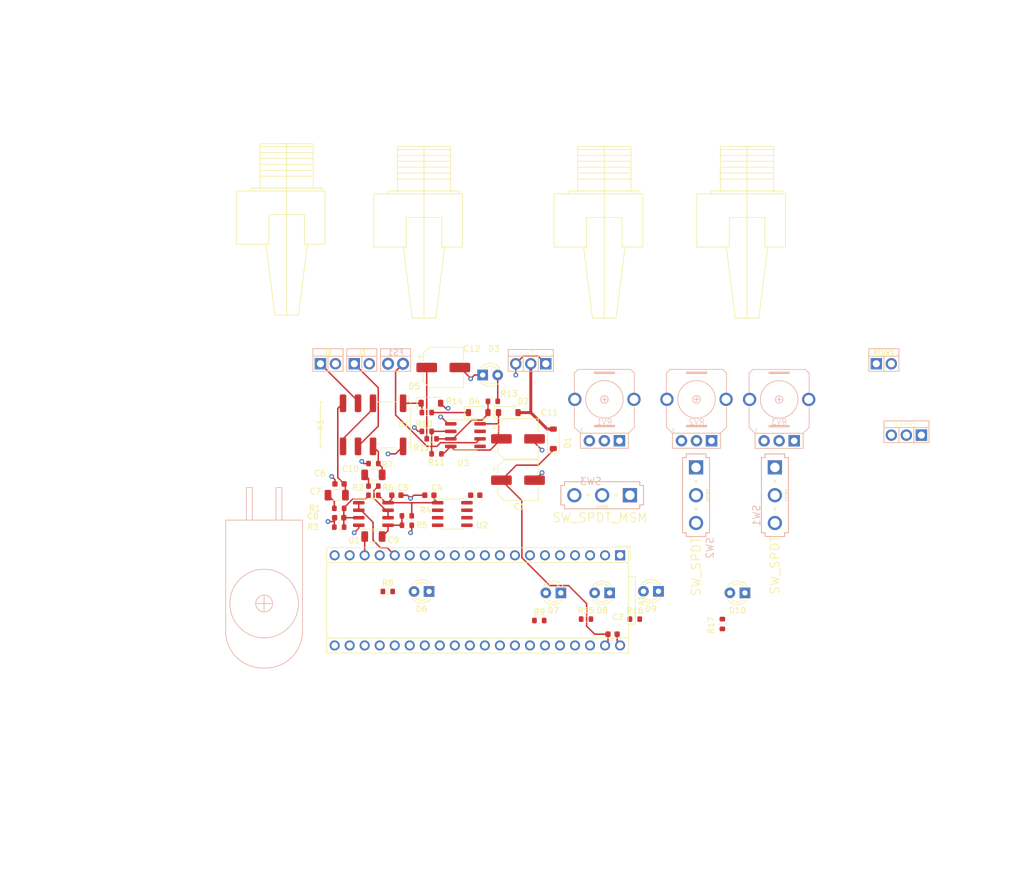
<source format=kicad_pcb>
(kicad_pcb (version 20221018) (generator pcbnew)
  (layers (0 "F.Cu" signal) (31 "B.Cu" signal) (34 "B.Paste" user) (35 "F.Paste" user) (36 "B.SilkS" user "B.Silkscreen") (37 "F.SilkS" user "F.Silkscreen") (38 "B.Mask" user) (39 "F.Mask" user) (44 "Edge.Cuts" user))
  (net 0 "")
  (net 8 "SW3")
  (net 9 "SW4")
  (net 10 "XFS")
  (net 15 "AUDIO_IN")
  (net 17 "AUDIO_OUT")
  (net 19 "GND")
  (net 20 "+3.3VA")
  (net 21 "KNOB1")
  (net 22 "KNOB2")
  (net 23 "KNOB3")
  (net 24 "EXP")
  (net 25 "LED1")
  (net 26 "LED2")
  (net 27 "LED3")
  (net 28 "LED4")
  (net 30 "SW1")
  (net 31 "SW2")
  (net 36 "+3.3VD")
  (net 37 "Net-(D1-A)")
  (net 38 "Net-(D4-K)")
  (net 39 "Net-(D4-A)")
  (net 40 "R+")
  (net 41 "Net-(J2-PadT)")
  (net 42 "Net-(J3-PadT)")
  (net 43 "Net-(U1A-+)")
  (net 44 "Net-(C7-Pad1)")
  (net 45 "Net-(U1B-+)")
  (net 46 "Net-(U1B--)")
  (net 47 "+5V")
  (net 50 "Net-(U3-THR)")
  (net 53 "Net-(C6-Pad1)")
  (net 54 "Net-(C10-Pad1)")
  (net 55 "Net-(C10-Pad2)")
  (net 56 "Net-(C12-Pad1)")
  (net 57 "Net-(D3-A)")
  (net 58 "Net-(D6-A)")
  (net 59 "Net-(D7-A)")
  (net 60 "Net-(D8-A)")
  (net 61 "Net-(D9-A)")
  (net 64 "Net-(K1-Pad3)")
  (net 66 "LED5")
  (net 67 "Net-(D10-A)")
  (net 68 "+9V")
  (footprint "Resistor_SMD:R_0603_1608Metric" (layer "F.Cu") (at 97.105 128.670028)
    (fp_text reference "R8" (at 0 -1.43) (layer "F.SilkS"))
    (fp_text value "1k")
    (pad "1" smd roundrect (at -0.825 0) (size 0.8 0.95) (layers "F.Cu" "F.Paste" "F.Mask") (net 25 "LED1"))
    (pad "2" smd roundrect (at 0.825 0) (size 0.8 0.95) (layers "F.Cu" "F.Paste" "F.Mask") (net 58 "Net-(D6-A)"))
  )
  (footprint "Resistor_SMD:R_0603_1608Metric" (layer "F.Cu") (at 103.695 98.425)
    (fp_text reference "R14" (at 4.7 -1.905) (layer "F.SilkS"))
    (fp_text value "R")
    (pad "1" smd roundrect (at -0.825 0) (size 0.8 0.95) (layers "F.Cu" "F.Paste" "F.Mask") (net 40 "R+"))
    (pad "2" smd roundrect (at 0.825 0) (size 0.8 0.95) (layers "F.Cu" "F.Paste" "F.Mask") (net 38 "Net-(D4-K)"))
  )
  (footprint "Capacitor_SMD:C_0603_1608Metric" (layer "F.Cu") (at 98.565 112.395)
    (fp_text reference "C5" (at 1.13 -1.27) (layer "F.SilkS"))
    (fp_text value "100n")
    (pad "1" smd roundrect (at -0.775 0) (size 0.9 0.95) (layers "F.Cu" "F.Paste" "F.Mask") (net 47 "+5V"))
    (pad "2" smd roundrect (at 0.775 0) (size 0.9 0.95) (layers "F.Cu" "F.Paste" "F.Mask") (net 19 "GND"))
  )
  (footprint "potentiometers:9MM_METAL_SHAFT" (layer "F.Cu") (at 133.731 103.1875)
    (fp_text reference "RV1" (at 0 -3.175) (layer "B.SilkS") (effects (font (size 0.9652 0.9652) (thickness 0.08128)) (justify mirror)))
    (fp_text value "10k" hide)
    (fp_text user "3" (at -3.556 -1.397) (layer "B.SilkS") (effects (font (size 0.57912 0.57912) (thickness 0.048768)) (justify left bottom mirror)))
    (pad "" thru_hole oval (at -5 -7) (size 2.25 2.25) (drill 1.5) (layers "*.Cu" "*.Mask"))
    (pad "" thru_hole oval (at 5 -7) (size 2.25 2.25) (drill 1.5) (layers "*.Cu" "*.Mask"))
    (pad "1" thru_hole rect (at 2.54 0) (size 1.9304 1.9304) (drill 1.1) (layers "*.Cu" "*.Mask") (net 20 "+3.3VA"))
    (pad "2" thru_hole oval (at 0 0) (size 1.9304 1.9304) (drill 1.1) (layers "*.Cu" "*.Mask") (net 21 "KNOB1"))
    (pad "3" thru_hole oval (at -2.54 0) (size 1.9304 1.9304) (drill 1.1) (layers "*.Cu" "*.Mask") (net 19 "GND"))
  )
  (footprint "jacks:2PADS_TS" (layer "F.Cu") (at 86.995 90.17)
    (fp_text reference "J2" (at 0 -1.905) (layer "F.SilkS") (effects (font (size 0.75 0.75))))
    (fp_text value "AudioJack2" hide)
    (fp_text user "S" (at 2.159 -1.524) (layer "F.SilkS") (effects (font (size 0.2413 0.2413) (thickness 0.02032))))
    (fp_text user "T" (at -2.159 -1.524) (layer "F.SilkS") (effects (font (size 0.2413 0.2413) (thickness 0.02032))))
    (pad "S" thru_hole oval (at 1.27 0) (size 1.9304 1.9304) (drill 1.2) (layers "*.Cu" "*.Mask") (net 19 "GND"))
    (pad "T" thru_hole rect (at -1.27 0) (size 1.9304 1.9304) (drill 1.2) (layers "*.Cu" "*.Mask") (net 41 "Net-(J2-PadT)"))
  )
  (footprint "Diode_SMD:D_SOD-123" (layer "F.Cu") (at 117.475 98.425)
    (fp_text reference "D2" (at 2.54 -1.905) (layer "F.SilkS"))
    (fp_text value "1N5817")
    (pad "1" smd roundrect (at -1.65 0) (size 0.9 1.2) (layers "F.Cu" "F.Paste" "F.Mask") (net 68 "+9V"))
    (pad "2" smd roundrect (at 1.65 0) (size 0.9 1.2) (layers "F.Cu" "F.Paste" "F.Mask") (net 37 "Net-(D1-A)"))
  )
  (footprint "Diode_SMD:D_SOD-123" (layer "F.Cu") (at 125.095 102.87 90)
    (fp_text reference "D1" (at -0.635 2.425 90) (layer "F.SilkS"))
    (fp_text value "1N5817" hide)
    (pad "1" smd roundrect (at -1.65 0 90) (size 0.9 1.2) (layers "F.Cu" "F.Paste" "F.Mask") (net 68 "+9V"))
    (pad "2" smd roundrect (at 1.65 0 90) (size 0.9 1.2) (layers "F.Cu" "F.Paste" "F.Mask") (net 37 "Net-(D1-A)"))
  )
  (footprint "Capacitor_SMD:C_0603_1608Metric" (layer "F.Cu") (at 135.115 135.89)
    (fp_text reference "C2" (at 0.915 -2.905) (layer "F.SilkS"))
    (fp_text value "100n")
    (pad "1" smd roundrect (at -0.775 0) (size 0.9 0.95) (layers "F.Cu" "F.Paste" "F.Mask") (net 68 "+9V"))
    (pad "2" smd roundrect (at 0.775 0) (size 0.9 0.95) (layers "F.Cu" "F.Paste" "F.Mask") (net 19 "GND"))
  )
  (footprint "Resistor_SMD:R_0603_1608Metric" (layer "F.Cu") (at 100.33 115.8875 180)
    (fp_text reference "R4" (at -3.175 0.9525 180) (layer "F.SilkS"))
    (fp_text value "1M")
    (pad "1" smd roundrect (at -0.825 0 180) (size 0.8 0.95) (layers "F.Cu" "F.Paste" "F.Mask") (net 47 "+5V"))
    (pad "2" smd roundrect (at 0.825 0 180) (size 0.8 0.95) (layers "F.Cu" "F.Paste" "F.Mask") (net 45 "Net-(U1B-+)"))
  )
  (footprint "potentiometers:9MM_METAL_SHAFT" (layer "F.Cu") (at 163.275 103.2025)
    (fp_text reference "RV3" (at 0 -3.175) (layer "B.SilkS") (effects (font (size 0.9652 0.9652) (thickness 0.08128)) (justify mirror)))
    (fp_text value "10k" hide)
    (fp_text user "3" (at -3.556 -1.397) (layer "B.SilkS") (effects (font (size 0.57912 0.57912) (thickness 0.048768)) (justify left bottom mirror)))
    (pad "" thru_hole oval (at -5 -7) (size 2.25 2.25) (drill 1.5) (layers "*.Cu" "*.Mask"))
    (pad "" thru_hole oval (at 5 -7) (size 2.25 2.25) (drill 1.5) (layers "*.Cu" "*.Mask"))
    (pad "1" thru_hole rect (at 2.54 0) (size 1.9304 1.9304) (drill 1.1) (layers "*.Cu" "*.Mask") (net 20 "+3.3VA"))
    (pad "2" thru_hole oval (at 0 0) (size 1.9304 1.9304) (drill 1.1) (layers "*.Cu" "*.Mask") (net 23 "KNOB3"))
    (pad "3" thru_hole oval (at -2.54 0) (size 1.9304 1.9304) (drill 1.1) (layers "*.Cu" "*.Mask") (net 19 "GND"))
  )
  (footprint "LED_THT:LED_D3.0mm" (layer "F.Cu") (at 104.095 128.670028 180)
    (fp_text reference "D6" (at 1.27 -2.96) (layer "F.SilkS"))
    (fp_text value "LED")
    (pad "1" thru_hole rect (at 0 0 180) (size 1.8 1.8) (drill 0.9) (layers "*.Cu" "*.Mask") (net 19 "GND"))
    (pad "2" thru_hole circle (at 2.54 0 180) (size 1.8 1.8) (drill 0.9) (layers "*.Cu" "*.Mask") (net 58 "Net-(D6-A)"))
  )
  (footprint "enclosures:DC_DRILL" (layer "F.Cu") (at 118.11 76.835)
    (fp_text reference "" (at 0 0) (layer "F.SilkS") (effects (font (size 1.524 1.524))))
    (fp_text value "" (at 0 0) (layer "F.SilkS") (effects (font (size 1.524 1.524))))
  )
  (footprint "Capacitor_SMD:CP_Elec_6.3x5.4" (layer "F.Cu") (at 119.12 102.87)
    (fp_text reference "C11" (at 5.34 -4.445) (layer "F.SilkS"))
    (fp_text value "XXX")
    (pad "1" smd roundrect (at -2.8 0) (size 3.5 1.6) (layers "F.Cu" "F.Paste" "F.Mask") (roundrect_rratio 0.15625) (net 68 "+9V"))
    (pad "2" smd roundrect (at 2.8 0) (size 3.5 1.6) (layers "F.Cu" "F.Paste" "F.Mask") (roundrect_rratio 0.15625) (net 19 "GND"))
  )
  (footprint "LED_THT:LED_D3.0mm" (layer "F.Cu") (at 113.155 92.075)
    (fp_text reference "D3" (at 1.905 -4.445) (layer "F.SilkS"))
    (fp_text value "LED")
    (pad "1" thru_hole rect (at 0 0) (size 1.8 1.8) (drill 0.9) (layers "*.Cu" "*.Mask") (net 19 "GND"))
    (pad "2" thru_hole circle (at 2.54 0) (size 1.8 1.8) (drill 0.9) (layers "*.Cu" "*.Mask") (net 57 "Net-(D3-A)"))
  )
  (footprint "Package_SO:SOIC-8_3.9x4.9mm_P1.27mm" (layer "F.Cu") (at 110.235 102.235)
    (fp_text reference "U3" (at -0.38 4.715) (layer "F.SilkS"))
    (fp_text value "LM555xM")
    (pad "1" smd roundrect (at -2.475 -1.905) (size 1.95 0.6) (layers "F.Cu" "F.Paste" "F.Mask") (net 19 "GND"))
    (pad "2" smd roundrect (at -2.475 -0.635) (size 1.95 0.6) (layers "F.Cu" "F.Paste" "F.Mask") (net 50 "Net-(U3-THR)"))
    (pad "3" smd roundrect (at -2.475 0.635) (size 1.95 0.6) (layers "F.Cu" "F.Paste" "F.Mask") (net 39 "Net-(D4-A)"))
    (pad "4" smd roundrect (at -2.475 1.905) (size 1.95 0.6) (layers "F.Cu" "F.Paste" "F.Mask") (net 68 "+9V"))
    (pad "5" smd roundrect (at 2.475 1.905) (size 1.95 0.6) (layers "F.Cu" "F.Paste" "F.Mask"))
    (pad "6" smd roundrect (at 2.475 0.635) (size 1.95 0.6) (layers "F.Cu" "F.Paste" "F.Mask") (net 50 "Net-(U3-THR)"))
    (pad "7" smd roundrect (at 2.475 -0.635) (size 1.95 0.6) (layers "F.Cu" "F.Paste" "F.Mask"))
    (pad "8" smd roundrect (at 2.475 -1.905) (size 1.95 0.6) (layers "F.Cu" "F.Paste" "F.Mask") (net 68 "+9V"))
  )
  (footprint "Resistor_SMD:R_0603_1608Metric" (layer "F.Cu") (at 94.68 110.855)
    (fp_text reference "R6" (at 2.475 0.27) (layer "F.SilkS"))
    (fp_text value "100R")
    (pad "1" smd roundrect (at -0.825 0) (size 0.8 0.95) (layers "F.Cu" "F.Paste" "F.Mask") (net 55 "Net-(C10-Pad2)"))
    (pad "2" smd roundrect (at 0.825 0) (size 0.8 0.95) (layers "F.Cu" "F.Paste" "F.Mask") (net 46 "Net-(U1B--)"))
  )
  (footprint "Resistor_SMD:R_0603_1608Metric" (layer "F.Cu") (at 153.675 134.175 90)
    (fp_text reference "R17" (at -0.19 -1.905 90) (layer "F.SilkS"))
    (fp_text value "1k")
    (pad "1" smd roundrect (at -0.825 0 90) (size 0.8 0.95) (layers "F.Cu" "F.Paste" "F.Mask") (net 66 "LED5"))
    (pad "2" smd roundrect (at 0.825 0 90) (size 0.8 0.95) (layers "F.Cu" "F.Paste" "F.Mask") (net 67 "Net-(D10-A)"))
  )
  (footprint "switches:SPST.MOM" (layer "F.Cu") (at 98.425 90.17)
    (fp_text reference "FS1" (at 0 -1.905) (layer "B.SilkS") (effects (font (size 0.9652 0.9652) (thickness 0.12192)) (justify mirror)))
    (fp_text value "SW_MEC_5G" hide)
    (pad "1" thru_hole oval (at -1.27 0) (size 2.032 2.032) (drill 1.2) (layers "*.Cu" "*.Mask") (net 56 "Net-(C12-Pad1)"))
    (pad "3" thru_hole oval (at 1.27 0) (size 2.032 2.032) (drill 1.2) (layers "*.Cu" "*.Mask") (net 50 "Net-(U3-THR)"))
  )
  (footprint "Module:Electrosmith_Daisy_Seed" (layer "F.Cu") (at 136.385 122.555 -90)
    (fp_text reference "A1" (at 7.62 -3.6 90) (layer "F.SilkS"))
    (fp_text value "Electrosmith_Daisy_Seed_Rev4")
    (pad "1" thru_hole rect (at 0 0 270) (size 1.7 1.7) (drill 1.1) (layers "*.Cu" "*.Mask"))
    (pad "2" thru_hole circle (at 0 2.54 270) (size 1.7 1.7) (drill 1.1) (layers "*.Cu" "*.Mask"))
    (pad "3" thru_hole circle (at 0 5.08 270) (size 1.7 1.7) (drill 1.1) (layers "*.Cu" "*.Mask"))
    (pad "4" thru_hole circle (at 0 7.62 270) (size 1.7 1.7) (drill 1.1) (layers "*.Cu" "*.Mask"))
    (pad "5" thru_hole circle (at 0 10.16 270) (size 1.7 1.7) (drill 1.1) (layers "*.Cu" "*.Mask"))
    (pad "6" thru_hole circle (at 0 12.7 270) (size 1.7 1.7) (drill 1.1) (layers "*.Cu" "*.Mask"))
    (pad "7" thru_hole circle (at 0 15.24 270) (size 1.7 1.7) (drill 1.1) (layers "*.Cu" "*.Mask"))
    (pad "8" thru_hole circle (at 0 17.78 270) (size 1.7 1.7) (drill 1.1) (layers "*.Cu" "*.Mask"))
    (pad "9" thru_hole circle (at 0 20.32 270) (size 1.7 1.7) (drill 1.1) (layers "*.Cu" "*.Mask") (net 10 "XFS"))
    (pad "10" thru_hole circle (at 0 22.86 270) (size 1.7 1.7) (drill 1.1) (layers "*.Cu" "*.Mask") (net 9 "SW4"))
    (pad "11" thru_hole circle (at 0 25.4 270) (size 1.7 1.7) (drill 1.1) (layers "*.Cu" "*.Mask") (net 8 "SW3"))
    (pad "12" thru_hole circle (at 0 27.94 270) (size 1.7 1.7) (drill 1.1) (layers "*.Cu" "*.Mask"))
    (pad "13" thru_hole circle (at 0 30.48 270) (size 1.7 1.7) (drill 1.1) (layers "*.Cu" "*.Mask"))
    (pad "14" thru_hole circle (at 0 33.02 270) (size 1.7 1.7) (drill 1.1) (layers "*.Cu" "*.Mask"))
    (pad "15" thru_hole circle (at 0 35.56 270) (size 1.7 1.7) (drill 1.1) (layers "*.Cu" "*.Mask"))
    (pad "16" thru_hole circle (at 0 38.1 270) (size 1.7 1.7) (drill 1.1) (layers "*.Cu" "*.Mask") (net 15 "AUDIO_IN"))
    (pad "17" thru_hole circle (at 0 40.64 270) (size 1.7 1.7) (drill 1.1) (layers "*.Cu" "*.Mask"))
    (pad "18" thru_hole circle (at 0 43.18 270) (size 1.7 1.7) (drill 1.1) (layers "*.Cu" "*.Mask") (net 17 "AUDIO_OUT"))
    (pad "19" thru_hole circle (at 0 45.72 270) (size 1.7 1.7) (drill 1.1) (layers "*.Cu" "*.Mask"))
    (pad "20" thru_hole circle (at 0 48.26 270) (size 1.7 1.7) (drill 1.1) (layers "*.Cu" "*.Mask") (net 19 "GND"))
    (pad "21" thru_hole circle (at 15.24 48.26 270) (size 1.7 1.7) (drill 1.1) (layers "*.Cu" "*.Mask") (net 20 "+3.3VA"))
    (pad "22" thru_hole circle (at 15.24 45.72 270) (size 1.7 1.7) (drill 1.1) (layers "*.Cu" "*.Mask") (net 21 "KNOB1"))
    (pad "23" thru_hole circle (at 15.24 43.18 270) (size 1.7 1.7) (drill 1.1) (layers "*.Cu" "*.Mask") (net 22 "KNOB2"))
    (pad "24" thru_hole circle (at 15.24 40.64 270) (size 1.7 1.7) (drill 1.1) (layers "*.Cu" "*.Mask") (net 23 "KNOB3"))
    (pad "25" thru_hole circle (at 15.24 38.1 270) (size 1.7 1.7) (drill 1.1) (layers "*.Cu" "*.Mask") (net 24 "EXP"))
    (pad "26" thru_hole circle (at 15.24 35.56 270) (size 1.7 1.7) (drill 1.1) (layers "*.Cu" "*.Mask") (net 25 "LED1"))
    (pad "27" thru_hole circle (at 15.24 33.02 270) (size 1.7 1.7) (drill 1.1) (layers "*.Cu" "*.Mask") (net 26 "LED2"))
    (pad "28" thru_hole circle (at 15.24 30.48 270) (size 1.7 1.7) (drill 1.1) (layers "*.Cu" "*.Mask") (net 27 "LED3"))
    (pad "29" thru_hole circle (at 15.24 27.94 270) (size 1.7 1.7) (drill 1.1) (layers "*.Cu" "*.Mask") (net 28 "LED4"))
    (pad "30" thru_hole circle (at 15.24 25.4 270) (size 1.7 1.7) (drill 1.1) (layers "*.Cu" "*.Mask") (net 66 "LED5"))
    (pad "31" thru_hole circle (at 15.24 22.86 270) (size 1.7 1.7) (drill 1.1) (layers "*.Cu" "*.Mask"))
    (pad "32" thru_hole circle (at 15.24 20.32 270) (size 1.7 1.7) (drill 1.1) (layers "*.Cu" "*.Mask") (net 30 "SW1"))
    (pad "33" thru_hole circle (at 15.24 17.78 270) (size 1.7 1.7) (drill 1.1) (layers "*.Cu" "*.Mask") (net 31 "SW2"))
    (pad "34" thru_hole circle (at 15.24 15.24 270) (size 1.7 1.7) (drill 1.1) (layers "*.Cu" "*.Mask"))
    (pad "35" thru_hole circle (at 15.24 12.7 270) (size 1.7 1.7) (drill 1.1) (layers "*.Cu" "*.Mask"))
    (pad "36" thru_hole circle (at 15.24 10.16 270) (size 1.7 1.7) (drill 1.1) (layers "*.Cu" "*.Mask"))
    (pad "37" thru_hole circle (at 15.24 7.62 270) (size 1.7 1.7) (drill 1.1) (layers "*.Cu" "*.Mask"))
    (pad "38" thru_hole circle (at 15.24 5.08 270) (size 1.7 1.7) (drill 1.1) (layers "*.Cu" "*.Mask") (net 36 "+3.3VD"))
    (pad "39" thru_hole circle (at 15.24 2.54 270) (size 1.7 1.7) (drill 1.1) (layers "*.Cu" "*.Mask") (net 68 "+9V"))
    (pad "40" thru_hole circle (at 15.24 0 270) (size 1.7 1.7) (drill 1.1) (layers "*.Cu" "*.Mask") (net 19 "GND"))
  )
  (footprint "Resistor_SMD:R_0603_1608Metric" (layer "F.Cu") (at 122.725 133.58)
    (fp_text reference "R9" (at 0 -1.43) (layer "F.SilkS"))
    (fp_text value "1k")
    (pad "1" smd roundrect (at -0.825 0) (size 0.8 0.95) (layers "F.Cu" "F.Paste" "F.Mask") (net 26 "LED2"))
    (pad "2" smd roundrect (at 0.825 0) (size 0.8 0.95) (layers "F.Cu" "F.Paste" "F.Mask") (net 59 "Net-(D7-A)"))
  )
  (footprint "Resistor_SMD:R_0603_1608Metric" (layer "F.Cu") (at 105.345 105.41 180)
    (fp_text reference "R11" (at 0 -1.43) (layer "F.SilkS"))
    (fp_text value "R")
    (pad "1" smd roundrect (at -0.825 0 180) (size 0.8 0.95) (layers "F.Cu" "F.Paste" "F.Mask") (net 68 "+9V"))
    (pad "2" smd roundrect (at 0.825 0 180) (size 0.8 0.95) (layers "F.Cu" "F.Paste" "F.Mask") (net 50 "Net-(U3-THR)"))
  )
  (footprint "Capacitor_SMD:CP_Elec_6.3x5.4" (layer "F.Cu") (at 106.495 90.805)
    (fp_text reference "C12" (at 4.82 -3.175) (layer "F.SilkS"))
    (fp_text value "XXX")
    (pad "1" smd roundrect (at -2.8 0) (size 3.5 1.6) (layers "F.Cu" "F.Paste" "F.Mask") (roundrect_rratio 0.15625) (net 56 "Net-(C12-Pad1)"))
    (pad "2" smd roundrect (at 2.8 0) (size 3.5 1.6) (layers "F.Cu" "F.Paste" "F.Mask") (roundrect_rratio 0.15625) (net 19 "GND"))
  )
  (footprint "switches:SPDT.PINS" (layer "F.Cu") (at 133.35 112.395 -90)
    (fp_text reference "SW3" (at -3.048 0) (layer "B.SilkS") (effects (font (size 1.2065 1.2065) (thickness 0.127)) (justify left top mirror)))
    (fp_text value "SW_SPDT_MSM" (at 3.81 0.381 -360) (layer "F.SilkS") (effects (font (size 1.524 1.524))))
    (fp_text user "SWITCH" (at 1.905 0) (layer "B.SilkS") (effects (font (size 0.38608 0.38608) (thickness 0.032512)) (justify mirror)))
    (fp_text user "SOLDER" (at 1.905 0) (layer "F.SilkS") (effects (font (size 0.38608 0.38608) (thickness 0.032512))))
    (pad "1" thru_hole rect (at 0 -4.699 270) (size 2.4 2.4) (drill 1.6) (layers "*.Cu" "*.Mask") (net 8 "SW3"))
    (pad "2" thru_hole oval (at 0 0 270) (size 2.4 2.4) (drill 1.6) (layers "*.Cu" "*.Mask") (net 19 "GND"))
    (pad "3" thru_hole oval (at 0 4.699 270) (size 2.4 2.4) (drill 1.6) (layers "*.Cu" "*.Mask") (net 9 "SW4"))
  )
  (footprint "LED_THT:LED_D3.0mm" (layer "F.Cu") (at 157.485 128.905 180)
    (fp_text reference "D10" (at 1.27 -2.96) (layer "F.SilkS"))
    (fp_text value "LED")
    (pad "1" thru_hole rect (at 0 0 180) (size 1.8 1.8) (drill 0.9) (layers "*.Cu" "*.Mask") (net 19 "GND"))
    (pad "2" thru_hole circle (at 2.54 0 180) (size 1.8 1.8) (drill 0.9) (layers "*.Cu" "*.Mask") (net 67 "Net-(D10-A)"))
  )
  (footprint "Capacitor_SMD:C_0603_1608Metric" (layer "F.Cu") (at 88.95 110.49 180)
    (fp_text reference "C6" (at 3.315 1.795 180) (layer "F.SilkS"))
    (fp_text value "100p")
    (pad "1" smd roundrect (at -0.775 0 180) (size 0.9 0.95) (layers "F.Cu" "F.Paste" "F.Mask") (net 53 "Net-(C6-Pad1)"))
    (pad "2" smd roundrect (at 0.775 0 180) (size 0.9 0.95) (layers "F.Cu" "F.Paste" "F.Mask") (net 19 "GND"))
  )
  (footprint "Capacitor_SMD:C_1206_3216Metric" (layer "F.Cu") (at 88.47 112.395)
    (fp_text reference "C7" (at -3.605 -0.635) (layer "F.SilkS"))
    (fp_text value "1u")
    (pad "1" smd roundrect (at -1.475 0) (size 1.15 1.8) (layers "F.Cu" "F.Paste" "F.Mask") (roundrect_rratio 0.217391) (net 44 "Net-(C7-Pad1)"))
    (pad "2" smd roundrect (at 1.475 0) (size 1.15 1.8) (layers "F.Cu" "F.Paste" "F.Mask") (roundrect_rratio 0.217391) (net 53 "Net-(C6-Pad1)"))
  )
  (footprint "enclosures:DC_TOP" (layer "F.Cu") (at 186.055 68.28)
    (fp_text reference "Ref**" hide)
    (fp_text value "Val**" hide)
  )
  (footprint "jacks:2PADS_TS" (layer "F.Cu") (at 180.975 90.17)
    (fp_text reference "XFSW1" (at 0 -1.905) (layer "F.SilkS") (effects (font (size 0.75 0.75))))
    (fp_text value "Ext Footswitch" hide)
    (fp_text user "T" (at -2.159 -1.524) (layer "F.SilkS") (effects (font (size 0.2413 0.2413) (thickness 0.02032))))
    (fp_text user "S" (at 2.159 -1.524) (layer "F.SilkS") (effects (font (size 0.2413 0.2413) (thickness 0.02032))))
    (pad "S" thru_hole oval (at 1.27 0) (size 1.9304 1.9304) (drill 1.2) (layers "*.Cu" "*.Mask") (net 19 "GND"))
    (pad "T" thru_hole rect (at -1.27 0) (size 1.9304 1.9304) (drill 1.2) (layers "*.Cu" "*.Mask") (net 10 "XFS"))
  )
  (footprint "Capacitor_SMD:C_0603_1608Metric" (layer "F.Cu") (at 111.9 112.395)
    (fp_text reference "C3" hide)
    (fp_text value "100n")
    (pad "1" smd roundrect (at -0.775 0) (size 0.9 0.95) (layers "F.Cu" "F.Paste" "F.Mask") (net 68 "+9V"))
    (pad "2" smd roundrect (at 0.775 0) (size 0.9 0.95) (layers "F.Cu" "F.Paste" "F.Mask") (net 19 "GND"))
  )
  (footprint "Capacitor_SMD:CP_Elec_6.3x5.4" (layer "F.Cu") (at 119.12 109.855)
    (fp_text reference "C1" (at 0.26 4.445) (layer "F.SilkS"))
    (fp_text value "100u")
    (pad "1" smd roundrect (at -2.8 0) (size 3.5 1.6) (layers "F.Cu" "F.Paste" "F.Mask") (roundrect_rratio 0.15625) (net 68 "+9V"))
    (pad "2" smd roundrect (at 2.8 0) (size 3.5 1.6) (layers "F.Cu" "F.Paste" "F.Mask") (roundrect_rratio 0.15625) (net 19 "GND"))
  )
  (footprint "Resistor_SMD:R_0603_1608Metric" (layer "F.Cu") (at 94.68 107.045 180)
    (fp_text reference "R7" (at -2.35 -0.175 180) (layer "F.SilkS"))
    (fp_text value "100k")
    (pad "1" smd roundrect (at -0.825 0 180) (size 0.8 0.95) (layers "F.Cu" "F.Paste" "F.Mask") (net 54 "Net-(C10-Pad1)"))
    (pad "2" smd roundrect (at 0.825 0 180) (size 0.8 0.95) (layers "F.Cu" "F.Paste" "F.Mask") (net 19 "GND"))
  )
  (footprint "Resistor_SMD:R_0603_1608Metric" (layer "F.Cu") (at 100.33 117.475)
    (fp_text reference "R5" (at 2.54 0) (layer "F.SilkS"))
    (fp_text value "1M")
    (pad "1" smd roundrect (at -0.825 0) (size 0.8 0.95) (layers "F.Cu" "F.Paste" "F.Mask") (net 45 "Net-(U1B-+)"))
    (pad "2" smd roundrect (at 0.825 0) (size 0.8 0.95) (layers "F.Cu" "F.Paste" "F.Mask") (net 19 "GND"))
  )
  (footprint "LED_THT:LED_D3.0mm" (layer "F.Cu") (at 142.875 128.645028 180)
    (fp_text reference "D9" (at 1.27 -2.96) (layer "F.SilkS"))
    (fp_text value "LED")
    (pad "1" thru_hole rect (at 0 0 180) (size 1.8 1.8) (drill 0.9) (layers "*.Cu" "*.Mask") (net 19 "GND"))
    (pad "2" thru_hole circle (at 2.54 0 180) (size 1.8 1.8) (drill 0.9) (layers "*.Cu" "*.Mask") (net 61 "Net-(D9-A)"))
  )
  (footprint "enclosures:MOMENTARY" (layer "F.Cu") (at 76.2 130.712501 -90)
    (fp_text reference "" (at 0 0 -270) (layer "F.SilkS") (effects (font (size 1.524 1.524))))
    (fp_text value "" (at 0 0 -270) (layer "F.SilkS") (effects (font (size 1.524 1.524))))
  )
  (footprint "potentiometers:9MM_METAL_SHAFT" (layer "F.Cu") (at 149.305 103.1875)
    (fp_text reference "RV2" (at 0 -3.175) (layer "B.SilkS") (effects (font (size 0.9652 0.9652) (thickness 0.08128)) (justify mirror)))
    (fp_text value "10k" hide)
    (fp_text user "3" (at -3.556 -1.397) (layer "B.SilkS") (effects (font (size 0.57912 0.57912) (thickness 0.048768)) (justify left bottom mirror)))
    (pad "" thru_hole oval (at -5 -7) (size 2.25 2.25) (drill 1.5) (layers "*.Cu" "*.Mask"))
    (pad "" thru_hole oval (at 5 -7) (size 2.25 2.25) (drill 1.5) (layers "*.Cu" "*.Mask"))
    (pad "1" thru_hole rect (at 2.54 0) (size 1.9304 1.9304) (drill 1.1) (layers "*.Cu" "*.Mask") (net 20 "+3.3VA"))
    (pad "2" thru_hole oval (at 0 0) (size 1.9304 1.9304) (drill 1.1) (layers "*.Cu" "*.Mask") (net 22 "KNOB2"))
    (pad "3" thru_hole oval (at -2.54 0) (size 1.9304 1.9304) (drill 1.1) (layers "*.Cu" "*.Mask") (net 19 "GND"))
  )
  (footprint "Relay_SMD:Relay_DPDT_Kemet_EE2_NU" (layer "F.Cu") (at 93.345 100.495 -90)
    (fp_text reference "K1" (at 0 7.64 90) (layer "F.SilkS"))
    (fp_text value "Relay_DPDT")
    (pad "1" smd roundrect (at -3.645 -6.35 180) (size 1.11 3) (layers "F.Cu" "F.Paste" "F.Mask") (roundrect_rratio 0.225) (net 40 "R+"))
    (pad "3" smd roundrect (at -3.645 -1.27 180) (size 1.11 3) (layers "F.Cu" "F.Paste" "F.Mask") (roundrect_rratio 0.225) (net 64 "Net-(K1-Pad3)"))
    (pad "4" smd roundrect (at -3.645 1.27 180) (size 1.11 3) (layers "F.Cu" "F.Paste" "F.Mask") (roundrect_rratio 0.225) (net 41 "Net-(J2-PadT)"))
    (pad "5" smd roundrect (at -3.645 3.81 180) (size 1.11 3) (layers "F.Cu" "F.Paste" "F.Mask") (roundrect_rratio 0.225) (net 53 "Net-(C6-Pad1)"))
    (pad "8" smd roundrect (at 3.645 3.81 180) (size 1.11 3) (layers "F.Cu" "F.Paste" "F.Mask") (roundrect_rratio 0.225) (net 64 "Net-(K1-Pad3)"))
    (pad "9" smd roundrect (at 3.645 1.27 180) (size 1.11 3) (layers "F.Cu" "F.Paste" "F.Mask") (roundrect_rratio 0.225) (net 42 "Net-(J3-PadT)"))
    (pad "10" smd roundrect (at 3.645 -1.27 180) (size 1.11 3) (layers "F.Cu" "F.Paste" "F.Mask") (roundrect_rratio 0.225) (net 54 "Net-(C10-Pad1)"))
    (pad "12" smd roundrect (at 3.645 -6.35 180) (size 1.11 3) (layers "F.Cu" "F.Paste" "F.Mask") (roundrect_rratio 0.225) (net 19 "GND"))
  )
  (footprint "jacks:LOPRO_TOP" (layer "F.Cu") (at 157.845 61.445)
    (fp_text reference "" (at 0 0) (layer "F.SilkS") (effects (font (size 1.524 1.524))))
    (fp_text value "" (at 0 0) (layer "F.SilkS") (effects (font (size 1.524 1.524))))
  )
  (footprint "switches:SPDT.PINS" (layer "F.Cu") (at 149.225 112.395)
    (fp_text reference "SW2" (at 1.651 6.985 90) (layer "B.SilkS") (effects (font (size 1.2065 1.2065) (thickness 0.127)) (justify left top mirror)))
    (fp_text value "SW_SPDT" (at 0 12.065 -90) (layer "F.SilkS") (effects (font (size 1.524 1.524))))
    (fp_text user "SWITCH" (at 1.905 0 90) (layer "B.SilkS") (effects (font (size 0.38608 0.38608) (thickness 0.032512)) (justify mirror)))
    (fp_text user "SOLDER" (at 1.905 0 90) (layer "F.SilkS") (effects (font (size 0.38608 0.38608) (thickness 0.032512))))
    (pad "1" thru_hole rect (at 0 -4.699) (size 2.4 2.4) (drill 1.6) (layers "*.Cu" "*.Mask"))
    (pad "2" thru_hole oval (at 0 0) (size 2.4 2.4) (drill 1.6) (layers "*.Cu" "*.Mask") (net 31 "SW2"))
    (pad "3" thru_hole oval (at 0 4.699) (size 2.4 2.4) (drill 1.6) (layers "*.Cu" "*.Mask") (net 19 "GND"))
  )
  (footprint "Diode_SMD:D_SOD-123" (layer "F.Cu") (at 112.395 98.425)
    (fp_text reference "D4" (at -0.635 -1.905) (layer "F.SilkS"))
    (fp_text value "1N5817")
    (pad "1" smd roundrect (at -1.65 0) (size 0.9 1.2) (layers "F.Cu" "F.Paste" "F.Mask") (net 38 "Net-(D4-K)"))
    (pad "2" smd roundrect (at 1.65 0) (size 0.9 1.2) (layers "F.Cu" "F.Paste" "F.Mask") (net 39 "Net-(D4-A)"))
  )
  (footprint "Resistor_SMD:R_0603_1608Metric" (layer "F.Cu") (at 103.695 101.6 180)
    (fp_text reference "R10" (at 0.445 1.27) (layer "F.SilkS"))
    (fp_text value "R")
    (pad "1" smd roundrect (at -0.825 0 180) (size 0.8 0.95) (layers "F.Cu" "F.Paste" "F.Mask") (net 50 "Net-(U3-THR)"))
    (pad "2" smd roundrect (at 0.825 0 180) (size 0.8 0.95) (layers "F.Cu" "F.Paste" "F.Mask") (net 19 "GND"))
  )
  (footprint "Capacitor_SMD:C_0603_1608Metric" (layer "F.Cu") (at 88.9 116.205 180)
    (fp_text reference "C8" (at 4.445 0.26) (layer "F.SilkS"))
    (fp_text value "1n")
    (pad "1" smd roundrect (at -0.775 0 180) (size 0.9 0.95) (layers "F.Cu" "F.Paste" "F.Mask") (net 43 "Net-(U1A-+)"))
    (pad "2" smd roundrect (at 0.775 0 180) (size 0.9 0.95) (layers "F.Cu" "F.Paste" "F.Mask") (net 19 "GND"))
  )
  (footprint "Capacitor_SMD:C_0603_1608Metric" (layer "F.Cu") (at 104.14 112.395 180)
    (fp_text reference "C4" (at -1.27 1.27 180) (layer "F.SilkS"))
    (fp_text value "100n")
    (pad "1" smd roundrect (at -0.775 0 180) (size 0.9 0.95) (layers "F.Cu" "F.Paste" "F.Mask") (net 47 "+5V"))
    (pad "2" smd roundrect (at 0.775 0 180) (size 0.9 0.95) (layers "F.Cu" "F.Paste" "F.Mask") (net 19 "GND"))
  )
  (footprint "switches:SPDT.PINS" (layer "F.Cu") (at 162.56 112.395)
    (fp_text reference "SW1" (at -3.81 1.524 90) (layer "B.SilkS") (effects (font (size 1.2065 1.2065) (thickness 0.127)) (justify left top mirror)))
    (fp_text value "SW_SPDT" (at 0 11.811 90) (layer "F.SilkS") (effects (font (size 1.524 1.524))))
    (fp_text user "SWITCH" (at 1.905 0 90) (layer "B.SilkS") (effects (font (size 0.38608 0.38608) (thickness 0.032512)) (justify mirror)))
    (fp_text user "SOLDER" (at 1.905 0 90) (layer "F.SilkS") (effects (font (size 0.38608 0.38608) (thickness 0.032512))))
    (pad "1" thru_hole rect (at 0 -4.699) (size 2.4 2.4) (drill 1.6) (layers "*.Cu" "*.Mask"))
    (pad "2" thru_hole oval (at 0 0) (size 2.4 2.4) (drill 1.6) (layers "*.Cu" "*.Mask") (net 30 "SW1"))
    (pad "3" thru_hole oval (at 0 4.699) (size 2.4 2.4) (drill 1.6) (layers "*.Cu" "*.Mask") (net 19 "GND"))
  )
  (footprint "jacks:LOPRO_TOP" (layer "F.Cu") (at 80.01 60.96)
    (fp_text reference "" (at 0 0) (layer "F.SilkS") (effects (font (size 1.524 1.524))))
    (fp_text value "" (at 0 0) (layer "F.SilkS") (effects (font (size 1.524 1.524))))
  )
  (footprint "Resistor_SMD:R_0603_1608Metric" (layer "F.Cu") (at 94.68 112.395 180)
    (fp_text reference "R2" (at 2.605 1.27) (layer "F.SilkS"))
    (fp_text value "1M")
    (pad "1" smd roundrect (at -0.825 0 180) (size 0.8 0.95) (layers "F.Cu" "F.Paste" "F.Mask") (net 47 "+5V"))
    (pad "2" smd roundrect (at 0.825 0 180) (size 0.8 0.95) (layers "F.Cu" "F.Paste" "F.Mask") (net 43 "Net-(U1A-+)"))
  )
  (footprint "Package_SO:SOIC-8_3.9x4.9mm_P1.27mm" (layer "F.Cu") (at 108.015 115.57)
    (fp_text reference "U2" (at 5.015 1.905) (layer "F.SilkS"))
    (fp_text value "L78L05_SO8")
    (pad "1" smd roundrect (at -2.475 -1.905) (size 1.95 0.6) (layers "F.Cu" "F.Paste" "F.Mask") (net 47 "+5V"))
    (pad "2" smd roundrect (at -2.475 -0.635) (size 1.95 0.6) (layers "F.Cu" "F.Paste" "F.Mask") (net 19 "GND"))
    (pad "3" smd roundrect (at -2.475 0.635) (size 1.95 0.6) (layers "F.Cu" "F.Paste" "F.Mask") (net 19 "GND"))
    (pad "4" smd roundrect (at -2.475 1.905) (size 1.95 0.6) (layers "F.Cu" "F.Paste" "F.Mask"))
    (pad "5" smd roundrect (at 2.475 1.905) (size 1.95 0.6) (layers "F.Cu" "F.Paste" "F.Mask"))
    (pad "6" smd roundrect (at 2.475 0.635) (size 1.95 0.6) (layers "F.Cu" "F.Paste" "F.Mask") (net 19 "GND"))
    (pad "7" smd roundrect (at 2.475 -0.635) (size 1.95 0.6) (layers "F.Cu" "F.Paste" "F.Mask") (net 19 "GND"))
    (pad "8" smd roundrect (at 2.475 -1.905) (size 1.95 0.6) (layers "F.Cu" "F.Paste" "F.Mask") (net 68 "+9V"))
  )
  (footprint "Capacitor_SMD:C_1206_3216Metric" (layer "F.Cu") (at 94.68 108.95 180)
    (fp_text reference "C10" (at 3.875 1 180) (layer "F.SilkS"))
    (fp_text value "1u")
    (pad "1" smd roundrect (at -1.475 0 180) (size 1.15 1.8) (layers "F.Cu" "F.Paste" "F.Mask") (roundrect_rratio 0.217391) (net 54 "Net-(C10-Pad1)"))
    (pad "2" smd roundrect (at 1.475 0 180) (size 1.15 1.8) (layers "F.Cu" "F.Paste" "F.Mask") (roundrect_rratio 0.217391) (net 55 "Net-(C10-Pad2)"))
  )
  (footprint "Resistor_SMD:R_0603_1608Metric" (layer "F.Cu") (at 88.9 117.7925 180)
    (fp_text reference "R3" (at 4.445 0) (layer "F.SilkS"))
    (fp_text value "1M")
    (pad "1" smd roundrect (at -0.825 0 180) (size 0.8 0.95) (layers "F.Cu" "F.Paste" "F.Mask") (net 43 "Net-(U1A-+)"))
    (pad "2" smd roundrect (at 0.825 0 180) (size 0.8 0.95) (layers "F.Cu" "F.Paste" "F.Mask") (net 19 "GND"))
  )
  (footprint "Resistor_SMD:R_0603_1608Metric" (layer "F.Cu") (at 88.9 114.6175 180)
    (fp_text reference "R1" (at 4.125 0) (layer "F.SilkS"))
    (fp_text value "1k")
    (pad "1" smd roundrect (at -0.825 0 180) (size 0.8 0.95) (layers "F.Cu" "F.Paste" "F.Mask") (net 43 "Net-(U1A-+)"))
    (pad "2" smd roundrect (at 0.825 0 180) (size 0.8 0.95) (layers "F.Cu" "F.Paste" "F.Mask") (net 44 "Net-(C7-Pad1)"))
  )
  (footprint "LED_THT:LED_D3.0mm" (layer "F.Cu") (at 134.625 128.900028 180)
    (fp_text reference "D8" (at 1.27 -2.96) (layer "F.SilkS"))
    (fp_text value "LED")
    (pad "1" thru_hole rect (at 0 0 180) (size 1.8 1.8) (drill 0.9) (layers "*.Cu" "*.Mask") (net 19 "GND"))
    (pad "2" thru_hole circle (at 2.54 0 180) (size 1.8 1.8) (drill 0.9) (layers "*.Cu" "*.Mask") (net 60 "Net-(D8-A)"))
  )
  (footprint "Capacitor_SMD:C_1206_3216Metric" (layer "F.Cu") (at 94.68 119.38 180)
    (fp_text reference "C9" (at -3.38 -0.635) (layer "F.SilkS"))
    (fp_text value "1u")
    (pad "1" smd roundrect (at -1.475 0 180) (size 1.15 1.8) (layers "F.Cu" "F.Paste" "F.Mask") (roundrect_rratio 0.217391) (net 45 "Net-(U1B-+)"))
    (pad "2" smd roundrect (at 1.475 0 180) (size 1.15 1.8) (layers "F.Cu" "F.Paste" "F.Mask") (roundrect_rratio 0.217391) (net 17 "AUDIO_OUT"))
  )
  (footprint "Diode_SMD:D_SOD-123" (layer "F.Cu") (at 104.395 96.85)
    (fp_text reference "D5" (at -2.795 -2.87) (layer "F.SilkS"))
    (fp_text value "1N5817")
    (pad "1" smd roundrect (at -1.65 0) (size 0.9 1.2) (layers "F.Cu" "F.Paste" "F.Mask") (net 40 "R+"))
    (pad "2" smd roundrect (at 1.65 0) (size 0.9 1.2) (layers "F.Cu" "F.Paste" "F.Mask") (net 19 "GND"))
  )
  (footprint "jacks:2PADS_TS" (layer "F.Cu") (at 92.71 90.17)
    (fp_text reference "J3" (at 0 -1.905) (layer "F.SilkS") (effects (font (size 0.75 0.75))))
    (fp_text value "AudioJack2" hide)
    (fp_text user "S" (at 2.159 -1.524) (layer "F.SilkS") (effects (font (size 0.2413 0.2413) (thickness 0.02032))))
    (fp_text user "T" (at -2.159 -1.524) (layer "F.SilkS") (effects (font (size 0.2413 0.2413) (thickness 0.02032))))
    (pad "S" thru_hole oval (at 1.27 0) (size 1.9304 1.9304) (drill 1.2) (layers "*.Cu" "*.Mask") (net 19 "GND"))
    (pad "T" thru_hole rect (at -1.27 0) (size 1.9304 1.9304) (drill 1.2) (layers "*.Cu" "*.Mask") (net 42 "Net-(J3-PadT)"))
  )
  (footprint "Resistor_SMD:R_0603_1608Metric" (layer "F.Cu") (at 130.625 133.345028)
    (fp_text reference "R15" (at 0 -1.43) (layer "F.SilkS"))
    (fp_text value "1k")
    (pad "1" smd roundrect (at -0.825 0) (size 0.8 0.95) (layers "F.Cu" "F.Paste" "F.Mask") (net 27 "LED3"))
    (pad "2" smd roundrect (at 0.825 0) (size 0.8 0.95) (layers "F.Cu" "F.Paste" "F.Mask") (net 60 "Net-(D8-A)"))
  )
  (footprint "Resistor_SMD:R_0603_1608Metric" (layer "F.Cu") (at 114.87 96.52)
    (fp_text reference "R13" (at 2.73 -1.27) (layer "F.SilkS"))
    (fp_text value "R")
    (pad "1" smd roundrect (at -0.825 0) (size 0.8 0.95) (layers "F.Cu" "F.Paste" "F.Mask") (net 39 "Net-(D4-A)"))
    (pad "2" smd roundrect (at 0.825 0) (size 0.8 0.95) (layers "F.Cu" "F.Paste" "F.Mask") (net 57 "Net-(D3-A)"))
  )
  (footprint "LED_THT:LED_D3.0mm" (layer "F.Cu") (at 126.365 128.905 180)
    (fp_text reference "D7" (at 1.27 -2.96) (layer "F.SilkS"))
    (fp_text value "LED")
    (pad "1" thru_hole rect (at 0 0 180) (size 1.8 1.8) (drill 0.9) (layers "*.Cu" "*.Mask") (net 19 "GND"))
    (pad "2" thru_hole circle (at 2.54 0 180) (size 1.8 1.8) (drill 0.9) (layers "*.Cu" "*.Mask") (net 59 "Net-(D7-A)"))
  )
  (footprint "Resistor_SMD:R_0603_1608Metric" (layer "F.Cu") (at 104.52 102.87 180)
    (fp_text reference "R12" (at 1.65 -1.515) (layer "F.SilkS"))
    (fp_text value "R")
    (pad "1" smd roundrect (at -0.825 0 180) (size 0.8 0.95) (layers "F.Cu" "F.Paste" "F.Mask") (net 39 "Net-(D4-A)"))
    (pad "2" smd roundrect (at 0.825 0 180) (size 0.8 0.95) (layers "F.Cu" "F.Paste" "F.Mask") (net 56 "Net-(C12-Pad1)"))
  )
  (footprint "Package_SO:SOIC-8_3.9x4.9mm_P1.27mm" (layer "F.Cu") (at 94.68 115.57)
    (fp_text reference "U1" (at -3.24 4.445) (layer "F.SilkS"))
    (fp_text value "TL072")
    (pad "1" smd roundrect (at -2.475 -1.905) (size 1.95 0.6) (layers "F.Cu" "F.Paste" "F.Mask") (net 15 "AUDIO_IN"))
    (pad "2" smd roundrect (at -2.475 -0.635) (size 1.95 0.6) (layers "F.Cu" "F.Paste" "F.Mask") (net 15 "AUDIO_IN"))
    (pad "3" smd roundrect (at -2.475 0.635) (size 1.95 0.6) (layers "F.Cu" "F.Paste" "F.Mask") (net 43 "Net-(U1A-+)"))
    (pad "4" smd roundrect (at -2.475 1.905) (size 1.95 0.6) (layers "F.Cu" "F.Paste" "F.Mask") (net 19 "GND"))
    (pad "5" smd roundrect (at 2.475 1.905) (size 1.95 0.6) (layers "F.Cu" "F.Paste" "F.Mask") (net 45 "Net-(U1B-+)"))
    (pad "6" smd roundrect (at 2.475 0.635) (size 1.95 0.6) (layers "F.Cu" "F.Paste" "F.Mask") (net 46 "Net-(U1B--)"))
    (pad "7" smd roundrect (at 2.475 -0.635) (size 1.95 0.6) (layers "F.Cu" "F.Paste" "F.Mask") (net 46 "Net-(U1B--)"))
    (pad "8" smd roundrect (at 2.475 -1.905) (size 1.95 0.6) (layers "F.Cu" "F.Paste" "F.Mask") (net 47 "+5V"))
  )
  (footprint "jacks:LOPRO_TOP" (layer "F.Cu") (at 133.715 61.445)
    (fp_text reference "" (at 0 0) (layer "F.SilkS") (effects (font (size 1.524 1.524))))
    (fp_text value "" (at 0 0) (layer "F.SilkS") (effects (font (size 1.524 1.524))))
  )
  (footprint "enclosures:1590BB" (layer "F.Cu") (at 118.11 102.235 -90)
    (fp_text reference "" (at 2.2075 2.54 90) (layer "F.SilkS") (effects (font (size 1.524 1.524))))
    (fp_text value "" (at 2.2075 2.54 90) (layer "F.SilkS") (effects (font (size 1.524 1.524))))
  )
  (footprint "jacks:LOPRO_TOP" (layer "F.Cu") (at 103.235 61.445)
    (fp_text reference "" (at 0 0) (layer "F.SilkS") (effects (font (size 1.524 1.524))))
    (fp_text value "" (at 0 0) (layer "F.SilkS") (effects (font (size 1.524 1.524))))
  )
  (footprint "Resistor_SMD:R_0603_1608Metric" (layer "F.Cu") (at 138.87 133.345028)
    (fp_text reference "R16" (at 0 -1.43) (layer "F.SilkS"))
    (fp_text value "1k")
    (pad "1" smd roundrect (at -0.825 0) (size 0.8 0.95) (layers "F.Cu" "F.Paste" "F.Mask") (net 28 "LED4"))
    (pad "2" smd roundrect (at 0.825 0) (size 0.8 0.95) (layers "F.Cu" "F.Paste" "F.Mask") (net 61 "Net-(D9-A)"))
  )
  (footprint "jacks:3PADS" (layer "B.Cu") (at 184.785 102.235 180)
    (fp_text reference "EXPR1" (at 0 1.8415) (layer "F.SilkS") (effects (font (size 0.77216 0.77216) (thickness 0.065024))))
    (fp_text value "Expression" hide)
    (fp_text user "1" (at -3.556 1.524) (layer "B.SilkS") (effects (font (size 0.2413 0.2413) (thickness 0.02032)) (justify mirror)))
    (fp_text user "3" (at 3.556 1.524) (layer "B.SilkS") (effects (font (size 0.2413 0.2413) (thickness 0.02032)) (justify mirror)))
    (pad "R" thru_hole oval (at 0 0 180) (size 1.9304 1.9304) (drill 1.2) (layers "*.Cu" "*.Mask") (net 20 "+3.3VA"))
    (pad "S" thru_hole rect (at -2.54 0 180) (size 1.9304 1.9304) (drill 1.2) (layers "*.Cu" "*.Mask") (net 19 "GND"))
    (pad "T" thru_hole oval (at 2.54 0 180) (size 1.9304 1.9304) (drill 1.2) (layers "*.Cu" "*.Mask") (net 24 "EXP"))
  )
  (footprint "jacks:3PADS" (layer "B.Cu") (at 121.285 90.17 180)
    (fp_text reference "J1" (at 0 1.8415) (layer "F.SilkS") (effects (font (size 0.77216 0.77216) (thickness 0.065024))))
    (fp_text value "Barrel_Jack_Switch" hide)
    (fp_text user "1" (at -3.556 1.524) (layer "B.SilkS") (effects (font (size 0.2413 0.2413) (thickness 0.02032)) (justify mirror)))
    (fp_text user "3" (at 3.556 1.524) (layer "B.SilkS") (effects (font (size 0.2413 0.2413) (thickness 0.02032)) (justify mirror)))
    (pad "1" thru_hole rect (at -2.54 0 180) (size 1.9304 1.9304) (drill 1.2) (layers "*.Cu" "*.Mask") (net 19 "GND"))
    (pad "2" thru_hole oval (at 0 0 180) (size 1.9304 1.9304) (drill 1.2) (layers "*.Cu" "*.Mask") (net 37 "Net-(D1-A)"))
    (pad "3" thru_hole oval (at 2.54 0 180) (size 1.9304 1.9304) (drill 1.2) (layers "*.Cu" "*.Mask") (net 19 "GND"))
  )
  (segment (start 97.015 121.285) (end 95.885 121.285) (width 0.25) (layer "F.Cu") (net 15))
  (segment (start 94.615 120.015) (end 95.885 121.285) (width 0.25) (layer "F.Cu") (net 15))
  (segment (start 92.205 114.935) (end 92.205 113.665) (width 0.25) (layer "F.Cu") (net 15))
  (segment (start 94.615 116.968249) (end 94.615 120.015) (width 0.25) (layer "F.Cu") (net 15))
  (segment (start 98.285 122.555) (end 97.015 121.285) (width 0.25) (layer "F.Cu") (net 15))
  (segment (start 92.205 114.935) (end 92.581751 114.935) (width 0.25) (layer "F.Cu") (net 15))
  (segment (start 92.581751 114.935) (end 94.615 116.968249) (width 0.25) (layer "F.Cu") (net 15))
  (segment (start 93.205 119.38) (end 93.205 122.555) (width 0.25) (layer "F.Cu") (net 17))
  (segment (start 102.87 101.6) (end 102.235 101.6) (width 0.25) (layer "F.Cu") (net 19))
  (segment (start 88.075 116.84) (end 86.995 116.84) (width 0.25) (layer "F.Cu") (net 19))
  (segment (start 122.5348 88.8798) (end 123.825 90.17) (width 0.25) (layer "F.Cu") (net 19))
  (segment (start 101.155 117.475) (end 101.155 118.555) (width 0.25) (layer "F.Cu") (net 19))
  (segment (start 88.175 110.49) (end 88.175 109.765) (width 0.25) (layer "F.Cu") (net 19))
  (segment (start 118.745 90.17) (end 118.745 92.075) (width 0.25) (layer "F.Cu") (net 19))
  (segment (start 88.075 117.7925) (end 88.075 116.84) (width 0.25) (layer "F.Cu") (net 19))
  (segment (start 93.855 107.045) (end 93.075 107.045) (width 0.25) (layer "F.Cu") (net 19))
  (segment (start 107.315 97.79) (end 107.315 97.7005) (width 0.25) (layer "F.Cu") (net 19))
  (segment (start 113.155 92.075) (end 111.76 92.075) (width 0.25) (layer "F.Cu") (net 19))
  (segment (start 106.985 97.79) (end 107.315 97.79) (width 0.25) (layer "F.Cu") (net 19))
  (segment (start 118.745 90.17) (end 120.0352 88.8798) (width 0.25) (layer "F.Cu") (net 19))
  (segment (start 98.425 105.41) (end 97.155 105.41) (width 0.25) (layer "F.Cu") (net 19))
  (segment (start 93.075 107.045) (end 92.71 106.68) (width 0.25) (layer "F.Cu") (net 19))
  (segment (start 121.92 103.505) (end 123.19 104.775) (width 0.25) (layer "F.Cu") (net 19))
  (segment (start 101.155 118.555) (end 100.965 118.745) (width 0.25) (layer "F.Cu") (net 19))
  (segment (start 111.76 92.075) (end 111.125 92.71) (width 0.25) (layer "F.Cu") (net 19))
  (segment (start 101.5105 112.395) (end 100.965 112.9405) (width 0.25) (layer "F.Cu") (net 19))
  (segment (start 106.045 99.06) (end 106.045 99.1495) (width 0.25) (layer "F.Cu") (net 19))
  (segment (start 135.89 135.89) (end 135.89 137.3) (width 0.25) (layer "F.Cu") (net 19))
  (segment (start 92.205 117.98) (end 91.44 118.745) (width 0.25) (layer "F.Cu") (net 19))
  (segment (start 135.89 137.3) (end 136.385 137.795) (width 0.25) (layer "F.Cu") (net 19))
  (segment (start 109.295 90.805) (end 111.125 92.635) (width 0.25) (layer "F.Cu") (net 19))
  (segment (start 88.175 109.765) (end 87.63 109.22) (width 0.25) (layer "F.Cu") (net 19))
  (segment (start 88.075 116.84) (end 88.075 116.255) (width 0.25) (layer "F.Cu") (net 19))
  (segment (start 99.695 104.14) (end 98.425 105.41) (width 0.25) (layer "F.Cu") (net 19))
  (segment (start 88.075 116.255) (end 88.125 116.205) (width 0.25) (layer "F.Cu") (net 19))
  (segment (start 107.315 100.33) (end 106.045 99.06) (width 0.25) (layer "F.Cu") (net 19))
  (segment (start 102.235 101.6) (end 101.6 100.965) (width 0.25) (layer "F.Cu") (net 19))
  (segment (start 120.0352 88.8798) (end 122.5348 88.8798) (width 0.25) (layer "F.Cu") (net 19))
  (segment (start 121.92 109.855) (end 123.19 108.585) (width 0.25) (layer "F.Cu") (net 19))
  (segment (start 103.365 112.395) (end 101.5105 112.395) (width 0.25) (layer "F.Cu") (net 19))
  (segment (start 121.92 102.87) (end 121.92 103.505) (width 0.25) (layer "F.Cu") (net 19))
  (segment (start 100.4195 112.395) (end 100.965 112.9405) (width 0.25) (layer "F.Cu") (net 19))
  (segment (start 107.76 100.33) (end 107.315 100.33) (width 0.25) (layer "F.Cu") (net 19))
  (segment (start 111.125 92.635) (end 111.125 92.71) (width 0.25) (layer "F.Cu") (net 19))
  (segment (start 106.045 96.85) (end 106.985 97.79) (width 0.25) (layer "F.Cu") (net 19))
  (segment (start 99.34 112.395) (end 100.4195 112.395) (width 0.25) (layer "F.Cu") (net 19))
  (segment (start 92.205 117.475) (end 92.205 117.98) (width 0.25) (layer "F.Cu") (net 19))
  (via (at 87.63 109.22) (size 0.8) (drill 0.4) (layers "F.Cu" "B.Cu") (net 19))
  (via (at 86.995 116.84) (size 0.8) (drill 0.4) (layers "F.Cu" "B.Cu") (net 19))
  (via (at 107.315 97.7005) (size 0.8) (drill 0.4) (layers "F.Cu" "B.Cu") (net 19))
  (via (at 100.965 118.745) (size 0.8) (drill 0.4) (layers "F.Cu" "B.Cu") (net 19))
  (via (at 100.965 112.9405) (size 0.8) (drill 0.4) (layers "F.Cu" "B.Cu") (net 19))
  (via (at 106.045 99.1495) (size 0.8) (drill 0.4) (layers "F.Cu" "B.Cu") (net 19))
  (via (at 92.71 106.68) (size 0.8) (drill 0.4) (layers "F.Cu" "B.Cu") (net 19))
  (via (at 97.155 105.41) (size 0.8) (drill 0.4) (layers "F.Cu" "B.Cu") (net 19))
  (via (at 111.125 92.71) (size 0.8) (drill 0.4) (layers "F.Cu" "B.Cu") (net 19))
  (via (at 91.44 118.745) (size 0.8) (drill 0.4) (layers "F.Cu" "B.Cu") (net 19))
  (via (at 123.19 108.585) (size 0.8) (drill 0.4) (layers "F.Cu" "B.Cu") (net 19))
  (via (at 123.19 104.775) (size 0.8) (drill 0.4) (layers "F.Cu" "B.Cu") (net 19))
  (via (at 101.6 100.965) (size 0.8) (drill 0.4) (layers "F.Cu" "B.Cu") (net 19))
  (via (at 118.745 92.075) (size 0.8) (drill 0.4) (layers "F.Cu" "B.Cu") (net 19))
  (segment (start 119.125 98.425) (end 121.285 98.425) (width 0.5) (layer "F.Cu") (net 37))
  (segment (start 121.285 90.17) (end 121.285 98.425) (width 0.5) (layer "F.Cu") (net 37))
  (segment (start 121.285 98.425) (end 124.08 101.22) (width 0.5) (layer "F.Cu") (net 37))
  (segment (start 124.08 101.22) (end 125.095 101.22) (width 0.5) (layer "F.Cu") (net 37))
  (segment (start 104.52 98.425) (end 110.745 98.425) (width 0.25) (layer "F.Cu") (net 38))
  (segment (start 114.045 96.52) (end 114.045 98.425) (width 0.25) (layer "F.Cu") (net 39))
  (segment (start 114.045 98.68) (end 114.045 98.425) (width 0.25) (layer "F.Cu") (net 39))
  (segment (start 107.76 102.87) (end 105.345 102.87) (width 0.25) (layer "F.Cu") (net 39))
  (segment (start 111.311751 99.695) (end 113.03 99.695) (width 0.25) (layer "F.Cu") (net 39))
  (segment (start 113.03 99.695) (end 114.045 98.68) (width 0.25) (layer "F.Cu") (net 39))
  (segment (start 108.136751 102.87) (end 111.311751 99.695) (width 0.25) (layer "F.Cu") (net 39))
  (segment (start 107.76 102.87) (end 108.136751 102.87) (width 0.25) (layer "F.Cu") (net 39))
  (segment (start 102.87 96.975) (end 102.745 96.85) (width 0.25) (layer "F.Cu") (net 40))
  (segment (start 102.745 96.85) (end 99.695 96.85) (width 0.25) (layer "F.Cu") (net 40))
  (segment (start 102.87 98.425) (end 102.87 96.975) (width 0.25) (layer "F.Cu") (net 40))
  (segment (start 85.725 90.17) (end 92.075 96.52) (width 0.25) (layer "F.Cu") (net 41))
  (segment (start 92.075 96.52) (end 92.075 96.85) (width 0.25) (layer "F.Cu") (net 41))
  (segment (start 95.495 94.225) (end 95.495 100.72) (width 0.25) (layer "F.Cu") (net 42))
  (segment (start 95.495 100.72) (end 92.075 104.14) (width 0.25) (layer "F.Cu") (net 42))
  (segment (start 91.44 90.17) (end 95.495 94.225) (width 0.25) (layer "F.Cu") (net 42))
  (segment (start 93.855 112.395) (end 93.855 112.52) (width 0.25) (layer "F.Cu") (net 43))
  (segment (start 93.345 113.03) (end 91.193249 113.03) (width 0.25) (layer "F.Cu") (net 43))
  (segment (start 92.205 116.205) (end 89.675 116.205) (width 0.25) (layer "F.Cu") (net 43))
  (segment (start 89.675 116.205) (end 89.675 117.7425) (width 0.25) (layer "F.Cu") (net 43))
  (segment (start 89.675 116.205) (end 89.675 114.6675) (width 0.25) (layer "F.Cu") (net 43))
  (segment (start 89.725 114.498249) (end 91.193249 113.03) (width 0.25) (layer "F.Cu") (net 43))
  (segment (start 89.675 117.7425) (end 89.725 117.7925) (width 0.25) (layer "F.Cu") (net 43))
  (segment (start 89.725 114.6175) (end 89.725 114.498249) (width 0.25) (layer "F.Cu") (net 43))
  (segment (start 93.855 112.52) (end 93.345 113.03) (width 0.25) (layer "F.Cu") (net 43))
  (segment (start 89.675 114.6675) (end 89.725 114.6175) (width 0.25) (layer "F.Cu") (net 43))
  (segment (start 88.075 113.475) (end 86.995 112.395) (width 0.25) (layer "F.Cu") (net 44))
  (segment (start 88.075 114.6175) (end 88.075 113.475) (width 0.25) (layer "F.Cu") (net 44))
  (segment (start 97.155 118.38) (end 96.155 119.38) (width 0.25) (layer "F.Cu") (net 45))
  (segment (start 99.505 117.475) (end 97.155 117.475) (width 0.25) (layer "F.Cu") (net 45))
  (segment (start 99.505 115.8875) (end 99.505 117.475) (width 0.25) (layer "F.Cu") (net 45))
  (segment (start 97.155 117.475) (end 97.155 118.38) (width 0.25) (layer "F.Cu") (net 45))
  (segment (start 95.505 110.855) (end 94.78 111.58) (width 0.25) (layer "F.Cu") (net 46))
  (segment (start 94.78 112.936751) (end 96.77825 114.935) (width 0.25) (layer "F.Cu") (net 46))
  (segment (start 96.77825 114.935) (end 97.155 114.935) (width 0.25) (layer "F.Cu") (net 46))
  (segment (start 97.155 116.205) (end 97.155 114.935) (width 0.25) (layer "F.Cu") (net 46))
  (segment (start 94.78 111.58) (end 94.78 112.936751) (width 0.25) (layer "F.Cu") (net 46))
  (segment (start 101.155 115.8875) (end 101.2825 115.8875) (width 0.25) (layer "F.Cu") (net 47))
  (segment (start 105.54 113.665) (end 100.965 113.665) (width 0.25) (layer "F.Cu") (net 47))
  (segment (start 101.155 113.855) (end 101.155 115.8875) (width 0.25) (layer "F.Cu") (net 47))
  (segment (start 96.775 113.665) (end 95.505 112.395) (width 0.25) (layer "F.Cu") (net 47))
  (segment (start 97.155 113.665) (end 96.775 113.665) (width 0.25) (layer "F.Cu") (net 47))
  (segment (start 97.79 112.395) (end 97.79 113.03) (width 0.25) (layer "F.Cu") (net 47))
  (segment (start 104.915 113.04) (end 105.54 113.665) (width 0.25) (layer "F.Cu") (net 47))
  (segment (start 104.915 112.395) (end 104.915 113.04) (width 0.25) (layer "F.Cu") (net 47))
  (segment (start 100.965 113.665) (end 101.155 113.855) (width 0.25) (layer "F.Cu") (net 47))
  (segment (start 100.965 113.665) (end 97.155 113.665) (width 0.25) (layer "F.Cu") (net 47))
  (segment (start 97.79 113.03) (end 97.155 113.665) (width 0.25) (layer "F.Cu") (net 47))
  (segment (start 103.747538 104.14) (end 104.52 104.14) (width 0.25) (layer "F.Cu") (net 50))
  (segment (start 98.425 98.817462) (end 103.747538 104.14) (width 0.25) (layer "F.Cu") (net 50))
  (segment (start 106.035 103.515) (end 105.41 104.14) (width 0.25) (layer "F.Cu") (net 50))
  (segment (start 99.695 90.17) (end 98.425 91.44) (width 0.25) (layer "F.Cu") (net 50))
  (segment (start 107.76 101.6) (end 104.52 101.6) (width 0.25) (layer "F.Cu") (net 50))
  (segment (start 104.52 105.41) (end 104.52 104.14) (width 0.25) (layer "F.Cu") (net 50))
  (segment (start 105.41 104.14) (end 104.52 104.14) (width 0.25) (layer "F.Cu") (net 50))
  (segment (start 112.71 102.87) (end 112.065 103.515) (width 0.25) (layer "F.Cu") (net 50))
  (segment (start 112.065 103.515) (end 106.035 103.515) (width 0.25) (layer "F.Cu") (net 50))
  (segment (start 104.52 104.14) (end 104.52 101.6) (width 0.25) (layer "F.Cu") (net 50))
  (segment (start 98.425 91.44) (end 98.425 98.817462) (width 0.25) (layer "F.Cu") (net 50))
  (segment (start 89.945 110.71) (end 89.725 110.49) (width 0.25) (layer "F.Cu") (net 53))
  (segment (start 88.655 97.73) (end 89.535 96.85) (width 0.25) (layer "F.Cu") (net 53))
  (segment (start 89.945 112.395) (end 89.945 110.71) (width 0.25) (layer "F.Cu") (net 53))
  (segment (start 88.655 109.42) (end 88.655 97.73) (width 0.25) (layer "F.Cu") (net 53))
  (segment (start 89.725 110.49) (end 88.655 109.42) (width 0.25) (layer "F.Cu") (net 53))
  (segment (start 96.155 107.695) (end 95.505 107.045) (width 0.25) (layer "F.Cu") (net 54))
  (segment (start 94.615 104.14) (end 95.505 105.03) (width 0.25) (layer "F.Cu") (net 54))
  (segment (start 95.505 105.03) (end 95.505 107.045) (width 0.25) (layer "F.Cu") (net 54))
  (segment (start 96.155 108.95) (end 96.155 107.695) (width 0.25) (layer "F.Cu") (net 54))
  (segment (start 93.855 110.855) (end 93.855 109.6) (width 0.25) (layer "F.Cu") (net 55))
  (segment (start 93.855 109.6) (end 93.205 108.95) (width 0.25) (layer "F.Cu") (net 55))
  (segment (start 103.695 102.87) (end 103.695 90.805) (width 0.25) (layer "F.Cu") (net 56))
  (segment (start 115.695 92.075) (end 115.695 96.52) (width 0.25) (layer "F.Cu") (net 57))
  (segment (start 89.535 104.14) (end 89.535 102.87) (width 0.25) (layer "F.Cu") (net 64))
  (segment (start 89.535 102.87) (end 94.615 97.79) (width 0.25) (layer "F.Cu") (net 64))
  (segment (start 94.615 97.79) (end 94.615 96.85) (width 0.25) (layer "F.Cu") (net 64))
  (segment (start 130.725 130.725) (end 130.725 134.535) (width 0.25) (layer "F.Cu") (net 68))
  (segment (start 112.71 100.33) (end 115.825 100.33) (width 0.25) (layer "F.Cu") (net 68))
  (segment (start 115.825 100.33) (end 115.825 102.375) (width 0.25) (layer "F.Cu") (net 68))
  (segment (start 127.675028 127.675028) (end 130.725 130.725) (width 0.25) (layer "F.Cu") (net 68))
  (segment (start 118.86 107.315) (end 122.555 107.315) (width 0.25) (layer "F.Cu") (net 68))
  (segment (start 116.32 109.855) (end 118.86 107.315) (width 0.25) (layer "F.Cu") (net 68))
  (segment (start 116.32 109.855) (end 119.78 113.315) (width 0.25) (layer "F.Cu") (net 68))
  (segment (start 124.500028 127.675028) (end 127.675028 127.675028) (width 0.25) (layer "F.Cu") (net 68))
  (segment (start 122.555 107.315) (end 125.095 104.775) (width 0.25) (layer "F.Cu") (net 68))
  (segment (start 119.78 122.955) (end 124.500028 127.675028) (width 0.25) (layer "F.Cu") (net 68))
  (segment (start 114.425 104.765) (end 108.385 104.765) (width 0.25) (layer "F.Cu") (net 68))
  (segment (start 115.825 102.375) (end 116.32 102.87) (width 0.25) (layer "F.Cu") (net 68))
  (segment (start 108.385 104.765) (end 107.76 104.14) (width 0.25) (layer "F.Cu") (net 68))
  (segment (start 116.32 102.87) (end 114.425 104.765) (width 0.25) (layer "F.Cu") (net 68))
  (segment (start 130.725 134.535) (end 132.08 135.89) (width 0.25) (layer "F.Cu") (net 68))
  (segment (start 132.08 135.89) (end 134.34 135.89) (width 0.25) (layer "F.Cu") (net 68))
  (segment (start 119.78 113.315) (end 119.78 122.955) (width 0.25) (layer "F.Cu") (net 68))
  (segment (start 106.17 105.41) (end 106.49 105.41) (width 0.25) (layer "F.Cu") (net 68))
  (segment (start 125.095 104.775) (end 125.095 104.52) (width 0.25) (layer "F.Cu") (net 68))
  (segment (start 115.825 98.425) (end 115.825 100.33) (width 0.25) (layer "F.Cu") (net 68))
  (segment (start 134.34 137.3) (end 133.845 137.795) (width 0.25) (layer "F.Cu") (net 68))
  (segment (start 106.49 105.41) (end 107.76 104.14) (width 0.25) (layer "F.Cu") (net 68))
  (segment (start 134.34 135.89) (end 134.34 137.3) (width 0.25) (layer "F.Cu") (net 68))
)
</source>
